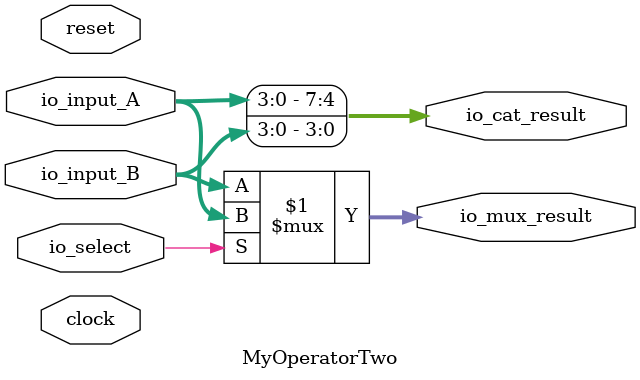
<source format=v>
module MyOperatorTwo(
  input        clock,
  input        reset,
  input        io_select,
  input  [3:0] io_input_A,
  input  [3:0] io_input_B,
  output [3:0] io_mux_result,
  output [7:0] io_cat_result
);
  assign io_mux_result = io_select ? io_input_A : io_input_B; // @[MyOperatorTwo.scala 15:17]
  assign io_cat_result = {io_input_A,io_input_B}; // @[MyOperatorTwo.scala 16:17]
endmodule

</source>
